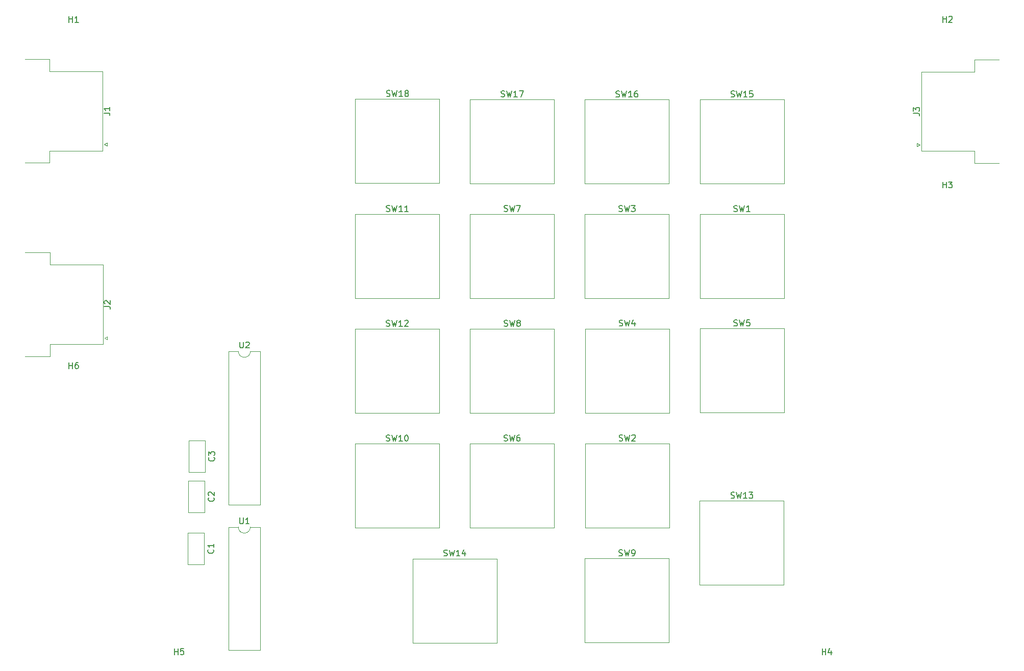
<source format=gbr>
%TF.GenerationSoftware,KiCad,Pcbnew,5.1.9+dfsg1-1*%
%TF.CreationDate,2022-02-16T13:07:23+01:00*%
%TF.ProjectId,A130XE_CX85,41313330-5845-45f4-9358-38352e6b6963,0.1*%
%TF.SameCoordinates,Original*%
%TF.FileFunction,Legend,Top*%
%TF.FilePolarity,Positive*%
%FSLAX46Y46*%
G04 Gerber Fmt 4.6, Leading zero omitted, Abs format (unit mm)*
G04 Created by KiCad (PCBNEW 5.1.9+dfsg1-1) date 2022-02-16 13:07:23*
%MOMM*%
%LPD*%
G01*
G04 APERTURE LIST*
%ADD10C,0.120000*%
%ADD11C,0.150000*%
G04 APERTURE END LIST*
D10*
%TO.C,J1*%
X70101325Y-54430000D02*
X70534338Y-54180000D01*
X70534338Y-54680000D02*
X70101325Y-54430000D01*
X70534338Y-54180000D02*
X70534338Y-54680000D01*
X61000000Y-57500000D02*
X56900000Y-57500000D01*
X61000000Y-55490000D02*
X61000000Y-57500000D01*
X69840000Y-55490000D02*
X61000000Y-55490000D01*
X69840000Y-42290000D02*
X69840000Y-55490000D01*
X61000000Y-42290000D02*
X69840000Y-42290000D01*
X61000000Y-40280000D02*
X61000000Y-42290000D01*
X56900000Y-40280000D02*
X61000000Y-40280000D01*
%TO.C,J2*%
X56970000Y-72410000D02*
X61070000Y-72410000D01*
X61070000Y-72410000D02*
X61070000Y-74420000D01*
X61070000Y-74420000D02*
X69910000Y-74420000D01*
X69910000Y-74420000D02*
X69910000Y-87620000D01*
X69910000Y-87620000D02*
X61070000Y-87620000D01*
X61070000Y-87620000D02*
X61070000Y-89630000D01*
X61070000Y-89630000D02*
X56970000Y-89630000D01*
X70604338Y-86310000D02*
X70604338Y-86810000D01*
X70604338Y-86810000D02*
X70171325Y-86560000D01*
X70171325Y-86560000D02*
X70604338Y-86310000D01*
%TO.C,J3*%
X218610000Y-57570000D02*
X214510000Y-57570000D01*
X214510000Y-57570000D02*
X214510000Y-55560000D01*
X214510000Y-55560000D02*
X205670000Y-55560000D01*
X205670000Y-55560000D02*
X205670000Y-42360000D01*
X205670000Y-42360000D02*
X214510000Y-42360000D01*
X214510000Y-42360000D02*
X214510000Y-40350000D01*
X214510000Y-40350000D02*
X218610000Y-40350000D01*
X204975662Y-54750000D02*
X204975662Y-54250000D01*
X204975662Y-54250000D02*
X205408675Y-54500000D01*
X205408675Y-54500000D02*
X204975662Y-54750000D01*
%TO.C,SW1*%
X168925000Y-66025000D02*
X182895000Y-66025000D01*
X182895000Y-66025000D02*
X182895000Y-79995000D01*
X182895000Y-79995000D02*
X168925000Y-79995000D01*
X168925000Y-79995000D02*
X168925000Y-66025000D01*
%TO.C,SW2*%
X149895000Y-104105000D02*
X163865000Y-104105000D01*
X163865000Y-104105000D02*
X163865000Y-118075000D01*
X163865000Y-118075000D02*
X149895000Y-118075000D01*
X149895000Y-118075000D02*
X149895000Y-104105000D01*
%TO.C,SW3*%
X149845000Y-79995000D02*
X149845000Y-66025000D01*
X163815000Y-79995000D02*
X149845000Y-79995000D01*
X163815000Y-66025000D02*
X163815000Y-79995000D01*
X149845000Y-66025000D02*
X163815000Y-66025000D01*
%TO.C,SW4*%
X149895000Y-99005000D02*
X149895000Y-85035000D01*
X163865000Y-99005000D02*
X149895000Y-99005000D01*
X163865000Y-85035000D02*
X163865000Y-99005000D01*
X149895000Y-85035000D02*
X163865000Y-85035000D01*
%TO.C,SW6*%
X130785000Y-118095000D02*
X130785000Y-104125000D01*
X144755000Y-118095000D02*
X130785000Y-118095000D01*
X144755000Y-104125000D02*
X144755000Y-118095000D01*
X130785000Y-104125000D02*
X144755000Y-104125000D01*
%TO.C,SW7*%
X130805000Y-66005000D02*
X144775000Y-66005000D01*
X144775000Y-66005000D02*
X144775000Y-79975000D01*
X144775000Y-79975000D02*
X130805000Y-79975000D01*
X130805000Y-79975000D02*
X130805000Y-66005000D01*
%TO.C,SW8*%
X130805000Y-85065000D02*
X144775000Y-85065000D01*
X144775000Y-85065000D02*
X144775000Y-99035000D01*
X144775000Y-99035000D02*
X130805000Y-99035000D01*
X130805000Y-99035000D02*
X130805000Y-85065000D01*
%TO.C,SW9*%
X149845000Y-137165000D02*
X149845000Y-123195000D01*
X163815000Y-137165000D02*
X149845000Y-137165000D01*
X163815000Y-123195000D02*
X163815000Y-137165000D01*
X149845000Y-123195000D02*
X163815000Y-123195000D01*
%TO.C,SW10*%
X111735000Y-104135000D02*
X125705000Y-104135000D01*
X125705000Y-104135000D02*
X125705000Y-118105000D01*
X125705000Y-118105000D02*
X111735000Y-118105000D01*
X111735000Y-118105000D02*
X111735000Y-104135000D01*
%TO.C,SW11*%
X111745000Y-79975000D02*
X111745000Y-66005000D01*
X125715000Y-79975000D02*
X111745000Y-79975000D01*
X125715000Y-66005000D02*
X125715000Y-79975000D01*
X111745000Y-66005000D02*
X125715000Y-66005000D01*
%TO.C,SW12*%
X111735000Y-99055000D02*
X111735000Y-85085000D01*
X125705000Y-99055000D02*
X111735000Y-99055000D01*
X125705000Y-85085000D02*
X125705000Y-99055000D01*
X111735000Y-85085000D02*
X125705000Y-85085000D01*
%TO.C,SW13*%
X168905000Y-127605000D02*
X168905000Y-113635000D01*
X182875000Y-127605000D02*
X168905000Y-127605000D01*
X182875000Y-113635000D02*
X182875000Y-127605000D01*
X168905000Y-113635000D02*
X182875000Y-113635000D01*
%TO.C,SW14*%
X121265000Y-123215000D02*
X135235000Y-123215000D01*
X135235000Y-123215000D02*
X135235000Y-137185000D01*
X135235000Y-137185000D02*
X121265000Y-137185000D01*
X121265000Y-137185000D02*
X121265000Y-123215000D01*
%TO.C,SW15*%
X168925000Y-47005000D02*
X182895000Y-47005000D01*
X182895000Y-47005000D02*
X182895000Y-60975000D01*
X182895000Y-60975000D02*
X168925000Y-60975000D01*
X168925000Y-60975000D02*
X168925000Y-47005000D01*
%TO.C,SW16*%
X149845000Y-47005000D02*
X163815000Y-47005000D01*
X163815000Y-47005000D02*
X163815000Y-60975000D01*
X163815000Y-60975000D02*
X149845000Y-60975000D01*
X149845000Y-60975000D02*
X149845000Y-47005000D01*
%TO.C,SW17*%
X130785000Y-46965000D02*
X144755000Y-46965000D01*
X144755000Y-46965000D02*
X144755000Y-60935000D01*
X144755000Y-60935000D02*
X130785000Y-60935000D01*
X130785000Y-60935000D02*
X130785000Y-46965000D01*
%TO.C,SW18*%
X111755000Y-60895000D02*
X111755000Y-46925000D01*
X125725000Y-60895000D02*
X111755000Y-60895000D01*
X125725000Y-46925000D02*
X125725000Y-60895000D01*
X111755000Y-46925000D02*
X125725000Y-46925000D01*
%TO.C,U1*%
X92340000Y-117980000D02*
X90690000Y-117980000D01*
X90690000Y-117980000D02*
X90690000Y-138420000D01*
X90690000Y-138420000D02*
X95990000Y-138420000D01*
X95990000Y-138420000D02*
X95990000Y-117980000D01*
X95990000Y-117980000D02*
X94340000Y-117980000D01*
X94340000Y-117980000D02*
G75*
G02*
X92340000Y-117980000I-1000000J0D01*
G01*
%TO.C,U2*%
X92350000Y-88790000D02*
X90700000Y-88790000D01*
X90700000Y-88790000D02*
X90700000Y-114310000D01*
X90700000Y-114310000D02*
X96000000Y-114310000D01*
X96000000Y-114310000D02*
X96000000Y-88790000D01*
X96000000Y-88790000D02*
X94350000Y-88790000D01*
X94350000Y-88790000D02*
G75*
G02*
X92350000Y-88790000I-1000000J0D01*
G01*
%TO.C,SW5*%
X168925000Y-85005000D02*
X182895000Y-85005000D01*
X182895000Y-85005000D02*
X182895000Y-98975000D01*
X182895000Y-98975000D02*
X168925000Y-98975000D01*
X168925000Y-98975000D02*
X168925000Y-85005000D01*
%TO.C,C1*%
X86680000Y-124170000D02*
X83940000Y-124170000D01*
X86680000Y-118930000D02*
X83940000Y-118930000D01*
X83940000Y-118930000D02*
X83940000Y-124170000D01*
X86680000Y-118930000D02*
X86680000Y-124170000D01*
%TO.C,C2*%
X86750000Y-115560000D02*
X84010000Y-115560000D01*
X86750000Y-110320000D02*
X84010000Y-110320000D01*
X84010000Y-110320000D02*
X84010000Y-115560000D01*
X86750000Y-110320000D02*
X86750000Y-115560000D01*
%TO.C,C3*%
X86820000Y-103630000D02*
X86820000Y-108870000D01*
X84080000Y-103630000D02*
X84080000Y-108870000D01*
X86820000Y-103630000D02*
X84080000Y-103630000D01*
X86820000Y-108870000D02*
X84080000Y-108870000D01*
%TO.C,J1*%
D11*
X70032380Y-49223333D02*
X70746666Y-49223333D01*
X70889523Y-49270952D01*
X70984761Y-49366190D01*
X71032380Y-49509047D01*
X71032380Y-49604285D01*
X71032380Y-48223333D02*
X71032380Y-48794761D01*
X71032380Y-48509047D02*
X70032380Y-48509047D01*
X70175238Y-48604285D01*
X70270476Y-48699523D01*
X70318095Y-48794761D01*
%TO.C,J2*%
X70102380Y-81353333D02*
X70816666Y-81353333D01*
X70959523Y-81400952D01*
X71054761Y-81496190D01*
X71102380Y-81639047D01*
X71102380Y-81734285D01*
X70197619Y-80924761D02*
X70150000Y-80877142D01*
X70102380Y-80781904D01*
X70102380Y-80543809D01*
X70150000Y-80448571D01*
X70197619Y-80400952D01*
X70292857Y-80353333D01*
X70388095Y-80353333D01*
X70530952Y-80400952D01*
X71102380Y-80972380D01*
X71102380Y-80353333D01*
%TO.C,J3*%
X204382380Y-49293333D02*
X205096666Y-49293333D01*
X205239523Y-49340952D01*
X205334761Y-49436190D01*
X205382380Y-49579047D01*
X205382380Y-49674285D01*
X204382380Y-48912380D02*
X204382380Y-48293333D01*
X204763333Y-48626666D01*
X204763333Y-48483809D01*
X204810952Y-48388571D01*
X204858571Y-48340952D01*
X204953809Y-48293333D01*
X205191904Y-48293333D01*
X205287142Y-48340952D01*
X205334761Y-48388571D01*
X205382380Y-48483809D01*
X205382380Y-48769523D01*
X205334761Y-48864761D01*
X205287142Y-48912380D01*
%TO.C,SW1*%
X174576666Y-65540761D02*
X174719523Y-65588380D01*
X174957619Y-65588380D01*
X175052857Y-65540761D01*
X175100476Y-65493142D01*
X175148095Y-65397904D01*
X175148095Y-65302666D01*
X175100476Y-65207428D01*
X175052857Y-65159809D01*
X174957619Y-65112190D01*
X174767142Y-65064571D01*
X174671904Y-65016952D01*
X174624285Y-64969333D01*
X174576666Y-64874095D01*
X174576666Y-64778857D01*
X174624285Y-64683619D01*
X174671904Y-64636000D01*
X174767142Y-64588380D01*
X175005238Y-64588380D01*
X175148095Y-64636000D01*
X175481428Y-64588380D02*
X175719523Y-65588380D01*
X175910000Y-64874095D01*
X176100476Y-65588380D01*
X176338571Y-64588380D01*
X177243333Y-65588380D02*
X176671904Y-65588380D01*
X176957619Y-65588380D02*
X176957619Y-64588380D01*
X176862380Y-64731238D01*
X176767142Y-64826476D01*
X176671904Y-64874095D01*
%TO.C,SW2*%
X155546666Y-103620761D02*
X155689523Y-103668380D01*
X155927619Y-103668380D01*
X156022857Y-103620761D01*
X156070476Y-103573142D01*
X156118095Y-103477904D01*
X156118095Y-103382666D01*
X156070476Y-103287428D01*
X156022857Y-103239809D01*
X155927619Y-103192190D01*
X155737142Y-103144571D01*
X155641904Y-103096952D01*
X155594285Y-103049333D01*
X155546666Y-102954095D01*
X155546666Y-102858857D01*
X155594285Y-102763619D01*
X155641904Y-102716000D01*
X155737142Y-102668380D01*
X155975238Y-102668380D01*
X156118095Y-102716000D01*
X156451428Y-102668380D02*
X156689523Y-103668380D01*
X156880000Y-102954095D01*
X157070476Y-103668380D01*
X157308571Y-102668380D01*
X157641904Y-102763619D02*
X157689523Y-102716000D01*
X157784761Y-102668380D01*
X158022857Y-102668380D01*
X158118095Y-102716000D01*
X158165714Y-102763619D01*
X158213333Y-102858857D01*
X158213333Y-102954095D01*
X158165714Y-103096952D01*
X157594285Y-103668380D01*
X158213333Y-103668380D01*
%TO.C,SW3*%
X155496666Y-65540761D02*
X155639523Y-65588380D01*
X155877619Y-65588380D01*
X155972857Y-65540761D01*
X156020476Y-65493142D01*
X156068095Y-65397904D01*
X156068095Y-65302666D01*
X156020476Y-65207428D01*
X155972857Y-65159809D01*
X155877619Y-65112190D01*
X155687142Y-65064571D01*
X155591904Y-65016952D01*
X155544285Y-64969333D01*
X155496666Y-64874095D01*
X155496666Y-64778857D01*
X155544285Y-64683619D01*
X155591904Y-64636000D01*
X155687142Y-64588380D01*
X155925238Y-64588380D01*
X156068095Y-64636000D01*
X156401428Y-64588380D02*
X156639523Y-65588380D01*
X156830000Y-64874095D01*
X157020476Y-65588380D01*
X157258571Y-64588380D01*
X157544285Y-64588380D02*
X158163333Y-64588380D01*
X157830000Y-64969333D01*
X157972857Y-64969333D01*
X158068095Y-65016952D01*
X158115714Y-65064571D01*
X158163333Y-65159809D01*
X158163333Y-65397904D01*
X158115714Y-65493142D01*
X158068095Y-65540761D01*
X157972857Y-65588380D01*
X157687142Y-65588380D01*
X157591904Y-65540761D01*
X157544285Y-65493142D01*
%TO.C,SW4*%
X155546666Y-84550761D02*
X155689523Y-84598380D01*
X155927619Y-84598380D01*
X156022857Y-84550761D01*
X156070476Y-84503142D01*
X156118095Y-84407904D01*
X156118095Y-84312666D01*
X156070476Y-84217428D01*
X156022857Y-84169809D01*
X155927619Y-84122190D01*
X155737142Y-84074571D01*
X155641904Y-84026952D01*
X155594285Y-83979333D01*
X155546666Y-83884095D01*
X155546666Y-83788857D01*
X155594285Y-83693619D01*
X155641904Y-83646000D01*
X155737142Y-83598380D01*
X155975238Y-83598380D01*
X156118095Y-83646000D01*
X156451428Y-83598380D02*
X156689523Y-84598380D01*
X156880000Y-83884095D01*
X157070476Y-84598380D01*
X157308571Y-83598380D01*
X158118095Y-83931714D02*
X158118095Y-84598380D01*
X157880000Y-83550761D02*
X157641904Y-84265047D01*
X158260952Y-84265047D01*
%TO.C,SW6*%
X136436666Y-103640761D02*
X136579523Y-103688380D01*
X136817619Y-103688380D01*
X136912857Y-103640761D01*
X136960476Y-103593142D01*
X137008095Y-103497904D01*
X137008095Y-103402666D01*
X136960476Y-103307428D01*
X136912857Y-103259809D01*
X136817619Y-103212190D01*
X136627142Y-103164571D01*
X136531904Y-103116952D01*
X136484285Y-103069333D01*
X136436666Y-102974095D01*
X136436666Y-102878857D01*
X136484285Y-102783619D01*
X136531904Y-102736000D01*
X136627142Y-102688380D01*
X136865238Y-102688380D01*
X137008095Y-102736000D01*
X137341428Y-102688380D02*
X137579523Y-103688380D01*
X137770000Y-102974095D01*
X137960476Y-103688380D01*
X138198571Y-102688380D01*
X139008095Y-102688380D02*
X138817619Y-102688380D01*
X138722380Y-102736000D01*
X138674761Y-102783619D01*
X138579523Y-102926476D01*
X138531904Y-103116952D01*
X138531904Y-103497904D01*
X138579523Y-103593142D01*
X138627142Y-103640761D01*
X138722380Y-103688380D01*
X138912857Y-103688380D01*
X139008095Y-103640761D01*
X139055714Y-103593142D01*
X139103333Y-103497904D01*
X139103333Y-103259809D01*
X139055714Y-103164571D01*
X139008095Y-103116952D01*
X138912857Y-103069333D01*
X138722380Y-103069333D01*
X138627142Y-103116952D01*
X138579523Y-103164571D01*
X138531904Y-103259809D01*
%TO.C,SW7*%
X136456666Y-65520761D02*
X136599523Y-65568380D01*
X136837619Y-65568380D01*
X136932857Y-65520761D01*
X136980476Y-65473142D01*
X137028095Y-65377904D01*
X137028095Y-65282666D01*
X136980476Y-65187428D01*
X136932857Y-65139809D01*
X136837619Y-65092190D01*
X136647142Y-65044571D01*
X136551904Y-64996952D01*
X136504285Y-64949333D01*
X136456666Y-64854095D01*
X136456666Y-64758857D01*
X136504285Y-64663619D01*
X136551904Y-64616000D01*
X136647142Y-64568380D01*
X136885238Y-64568380D01*
X137028095Y-64616000D01*
X137361428Y-64568380D02*
X137599523Y-65568380D01*
X137790000Y-64854095D01*
X137980476Y-65568380D01*
X138218571Y-64568380D01*
X138504285Y-64568380D02*
X139170952Y-64568380D01*
X138742380Y-65568380D01*
%TO.C,SW8*%
X136456666Y-84580761D02*
X136599523Y-84628380D01*
X136837619Y-84628380D01*
X136932857Y-84580761D01*
X136980476Y-84533142D01*
X137028095Y-84437904D01*
X137028095Y-84342666D01*
X136980476Y-84247428D01*
X136932857Y-84199809D01*
X136837619Y-84152190D01*
X136647142Y-84104571D01*
X136551904Y-84056952D01*
X136504285Y-84009333D01*
X136456666Y-83914095D01*
X136456666Y-83818857D01*
X136504285Y-83723619D01*
X136551904Y-83676000D01*
X136647142Y-83628380D01*
X136885238Y-83628380D01*
X137028095Y-83676000D01*
X137361428Y-83628380D02*
X137599523Y-84628380D01*
X137790000Y-83914095D01*
X137980476Y-84628380D01*
X138218571Y-83628380D01*
X138742380Y-84056952D02*
X138647142Y-84009333D01*
X138599523Y-83961714D01*
X138551904Y-83866476D01*
X138551904Y-83818857D01*
X138599523Y-83723619D01*
X138647142Y-83676000D01*
X138742380Y-83628380D01*
X138932857Y-83628380D01*
X139028095Y-83676000D01*
X139075714Y-83723619D01*
X139123333Y-83818857D01*
X139123333Y-83866476D01*
X139075714Y-83961714D01*
X139028095Y-84009333D01*
X138932857Y-84056952D01*
X138742380Y-84056952D01*
X138647142Y-84104571D01*
X138599523Y-84152190D01*
X138551904Y-84247428D01*
X138551904Y-84437904D01*
X138599523Y-84533142D01*
X138647142Y-84580761D01*
X138742380Y-84628380D01*
X138932857Y-84628380D01*
X139028095Y-84580761D01*
X139075714Y-84533142D01*
X139123333Y-84437904D01*
X139123333Y-84247428D01*
X139075714Y-84152190D01*
X139028095Y-84104571D01*
X138932857Y-84056952D01*
%TO.C,SW9*%
X155496666Y-122710761D02*
X155639523Y-122758380D01*
X155877619Y-122758380D01*
X155972857Y-122710761D01*
X156020476Y-122663142D01*
X156068095Y-122567904D01*
X156068095Y-122472666D01*
X156020476Y-122377428D01*
X155972857Y-122329809D01*
X155877619Y-122282190D01*
X155687142Y-122234571D01*
X155591904Y-122186952D01*
X155544285Y-122139333D01*
X155496666Y-122044095D01*
X155496666Y-121948857D01*
X155544285Y-121853619D01*
X155591904Y-121806000D01*
X155687142Y-121758380D01*
X155925238Y-121758380D01*
X156068095Y-121806000D01*
X156401428Y-121758380D02*
X156639523Y-122758380D01*
X156830000Y-122044095D01*
X157020476Y-122758380D01*
X157258571Y-121758380D01*
X157687142Y-122758380D02*
X157877619Y-122758380D01*
X157972857Y-122710761D01*
X158020476Y-122663142D01*
X158115714Y-122520285D01*
X158163333Y-122329809D01*
X158163333Y-121948857D01*
X158115714Y-121853619D01*
X158068095Y-121806000D01*
X157972857Y-121758380D01*
X157782380Y-121758380D01*
X157687142Y-121806000D01*
X157639523Y-121853619D01*
X157591904Y-121948857D01*
X157591904Y-122186952D01*
X157639523Y-122282190D01*
X157687142Y-122329809D01*
X157782380Y-122377428D01*
X157972857Y-122377428D01*
X158068095Y-122329809D01*
X158115714Y-122282190D01*
X158163333Y-122186952D01*
%TO.C,SW10*%
X116910476Y-103650761D02*
X117053333Y-103698380D01*
X117291428Y-103698380D01*
X117386666Y-103650761D01*
X117434285Y-103603142D01*
X117481904Y-103507904D01*
X117481904Y-103412666D01*
X117434285Y-103317428D01*
X117386666Y-103269809D01*
X117291428Y-103222190D01*
X117100952Y-103174571D01*
X117005714Y-103126952D01*
X116958095Y-103079333D01*
X116910476Y-102984095D01*
X116910476Y-102888857D01*
X116958095Y-102793619D01*
X117005714Y-102746000D01*
X117100952Y-102698380D01*
X117339047Y-102698380D01*
X117481904Y-102746000D01*
X117815238Y-102698380D02*
X118053333Y-103698380D01*
X118243809Y-102984095D01*
X118434285Y-103698380D01*
X118672380Y-102698380D01*
X119577142Y-103698380D02*
X119005714Y-103698380D01*
X119291428Y-103698380D02*
X119291428Y-102698380D01*
X119196190Y-102841238D01*
X119100952Y-102936476D01*
X119005714Y-102984095D01*
X120196190Y-102698380D02*
X120291428Y-102698380D01*
X120386666Y-102746000D01*
X120434285Y-102793619D01*
X120481904Y-102888857D01*
X120529523Y-103079333D01*
X120529523Y-103317428D01*
X120481904Y-103507904D01*
X120434285Y-103603142D01*
X120386666Y-103650761D01*
X120291428Y-103698380D01*
X120196190Y-103698380D01*
X120100952Y-103650761D01*
X120053333Y-103603142D01*
X120005714Y-103507904D01*
X119958095Y-103317428D01*
X119958095Y-103079333D01*
X120005714Y-102888857D01*
X120053333Y-102793619D01*
X120100952Y-102746000D01*
X120196190Y-102698380D01*
%TO.C,SW11*%
X116920476Y-65520761D02*
X117063333Y-65568380D01*
X117301428Y-65568380D01*
X117396666Y-65520761D01*
X117444285Y-65473142D01*
X117491904Y-65377904D01*
X117491904Y-65282666D01*
X117444285Y-65187428D01*
X117396666Y-65139809D01*
X117301428Y-65092190D01*
X117110952Y-65044571D01*
X117015714Y-64996952D01*
X116968095Y-64949333D01*
X116920476Y-64854095D01*
X116920476Y-64758857D01*
X116968095Y-64663619D01*
X117015714Y-64616000D01*
X117110952Y-64568380D01*
X117349047Y-64568380D01*
X117491904Y-64616000D01*
X117825238Y-64568380D02*
X118063333Y-65568380D01*
X118253809Y-64854095D01*
X118444285Y-65568380D01*
X118682380Y-64568380D01*
X119587142Y-65568380D02*
X119015714Y-65568380D01*
X119301428Y-65568380D02*
X119301428Y-64568380D01*
X119206190Y-64711238D01*
X119110952Y-64806476D01*
X119015714Y-64854095D01*
X120539523Y-65568380D02*
X119968095Y-65568380D01*
X120253809Y-65568380D02*
X120253809Y-64568380D01*
X120158571Y-64711238D01*
X120063333Y-64806476D01*
X119968095Y-64854095D01*
%TO.C,SW12*%
X116910476Y-84600761D02*
X117053333Y-84648380D01*
X117291428Y-84648380D01*
X117386666Y-84600761D01*
X117434285Y-84553142D01*
X117481904Y-84457904D01*
X117481904Y-84362666D01*
X117434285Y-84267428D01*
X117386666Y-84219809D01*
X117291428Y-84172190D01*
X117100952Y-84124571D01*
X117005714Y-84076952D01*
X116958095Y-84029333D01*
X116910476Y-83934095D01*
X116910476Y-83838857D01*
X116958095Y-83743619D01*
X117005714Y-83696000D01*
X117100952Y-83648380D01*
X117339047Y-83648380D01*
X117481904Y-83696000D01*
X117815238Y-83648380D02*
X118053333Y-84648380D01*
X118243809Y-83934095D01*
X118434285Y-84648380D01*
X118672380Y-83648380D01*
X119577142Y-84648380D02*
X119005714Y-84648380D01*
X119291428Y-84648380D02*
X119291428Y-83648380D01*
X119196190Y-83791238D01*
X119100952Y-83886476D01*
X119005714Y-83934095D01*
X119958095Y-83743619D02*
X120005714Y-83696000D01*
X120100952Y-83648380D01*
X120339047Y-83648380D01*
X120434285Y-83696000D01*
X120481904Y-83743619D01*
X120529523Y-83838857D01*
X120529523Y-83934095D01*
X120481904Y-84076952D01*
X119910476Y-84648380D01*
X120529523Y-84648380D01*
%TO.C,SW13*%
X174080476Y-113150761D02*
X174223333Y-113198380D01*
X174461428Y-113198380D01*
X174556666Y-113150761D01*
X174604285Y-113103142D01*
X174651904Y-113007904D01*
X174651904Y-112912666D01*
X174604285Y-112817428D01*
X174556666Y-112769809D01*
X174461428Y-112722190D01*
X174270952Y-112674571D01*
X174175714Y-112626952D01*
X174128095Y-112579333D01*
X174080476Y-112484095D01*
X174080476Y-112388857D01*
X174128095Y-112293619D01*
X174175714Y-112246000D01*
X174270952Y-112198380D01*
X174509047Y-112198380D01*
X174651904Y-112246000D01*
X174985238Y-112198380D02*
X175223333Y-113198380D01*
X175413809Y-112484095D01*
X175604285Y-113198380D01*
X175842380Y-112198380D01*
X176747142Y-113198380D02*
X176175714Y-113198380D01*
X176461428Y-113198380D02*
X176461428Y-112198380D01*
X176366190Y-112341238D01*
X176270952Y-112436476D01*
X176175714Y-112484095D01*
X177080476Y-112198380D02*
X177699523Y-112198380D01*
X177366190Y-112579333D01*
X177509047Y-112579333D01*
X177604285Y-112626952D01*
X177651904Y-112674571D01*
X177699523Y-112769809D01*
X177699523Y-113007904D01*
X177651904Y-113103142D01*
X177604285Y-113150761D01*
X177509047Y-113198380D01*
X177223333Y-113198380D01*
X177128095Y-113150761D01*
X177080476Y-113103142D01*
%TO.C,SW14*%
X126440476Y-122730761D02*
X126583333Y-122778380D01*
X126821428Y-122778380D01*
X126916666Y-122730761D01*
X126964285Y-122683142D01*
X127011904Y-122587904D01*
X127011904Y-122492666D01*
X126964285Y-122397428D01*
X126916666Y-122349809D01*
X126821428Y-122302190D01*
X126630952Y-122254571D01*
X126535714Y-122206952D01*
X126488095Y-122159333D01*
X126440476Y-122064095D01*
X126440476Y-121968857D01*
X126488095Y-121873619D01*
X126535714Y-121826000D01*
X126630952Y-121778380D01*
X126869047Y-121778380D01*
X127011904Y-121826000D01*
X127345238Y-121778380D02*
X127583333Y-122778380D01*
X127773809Y-122064095D01*
X127964285Y-122778380D01*
X128202380Y-121778380D01*
X129107142Y-122778380D02*
X128535714Y-122778380D01*
X128821428Y-122778380D02*
X128821428Y-121778380D01*
X128726190Y-121921238D01*
X128630952Y-122016476D01*
X128535714Y-122064095D01*
X129964285Y-122111714D02*
X129964285Y-122778380D01*
X129726190Y-121730761D02*
X129488095Y-122445047D01*
X130107142Y-122445047D01*
%TO.C,SW15*%
X174100476Y-46520761D02*
X174243333Y-46568380D01*
X174481428Y-46568380D01*
X174576666Y-46520761D01*
X174624285Y-46473142D01*
X174671904Y-46377904D01*
X174671904Y-46282666D01*
X174624285Y-46187428D01*
X174576666Y-46139809D01*
X174481428Y-46092190D01*
X174290952Y-46044571D01*
X174195714Y-45996952D01*
X174148095Y-45949333D01*
X174100476Y-45854095D01*
X174100476Y-45758857D01*
X174148095Y-45663619D01*
X174195714Y-45616000D01*
X174290952Y-45568380D01*
X174529047Y-45568380D01*
X174671904Y-45616000D01*
X175005238Y-45568380D02*
X175243333Y-46568380D01*
X175433809Y-45854095D01*
X175624285Y-46568380D01*
X175862380Y-45568380D01*
X176767142Y-46568380D02*
X176195714Y-46568380D01*
X176481428Y-46568380D02*
X176481428Y-45568380D01*
X176386190Y-45711238D01*
X176290952Y-45806476D01*
X176195714Y-45854095D01*
X177671904Y-45568380D02*
X177195714Y-45568380D01*
X177148095Y-46044571D01*
X177195714Y-45996952D01*
X177290952Y-45949333D01*
X177529047Y-45949333D01*
X177624285Y-45996952D01*
X177671904Y-46044571D01*
X177719523Y-46139809D01*
X177719523Y-46377904D01*
X177671904Y-46473142D01*
X177624285Y-46520761D01*
X177529047Y-46568380D01*
X177290952Y-46568380D01*
X177195714Y-46520761D01*
X177148095Y-46473142D01*
%TO.C,SW16*%
X155020476Y-46520761D02*
X155163333Y-46568380D01*
X155401428Y-46568380D01*
X155496666Y-46520761D01*
X155544285Y-46473142D01*
X155591904Y-46377904D01*
X155591904Y-46282666D01*
X155544285Y-46187428D01*
X155496666Y-46139809D01*
X155401428Y-46092190D01*
X155210952Y-46044571D01*
X155115714Y-45996952D01*
X155068095Y-45949333D01*
X155020476Y-45854095D01*
X155020476Y-45758857D01*
X155068095Y-45663619D01*
X155115714Y-45616000D01*
X155210952Y-45568380D01*
X155449047Y-45568380D01*
X155591904Y-45616000D01*
X155925238Y-45568380D02*
X156163333Y-46568380D01*
X156353809Y-45854095D01*
X156544285Y-46568380D01*
X156782380Y-45568380D01*
X157687142Y-46568380D02*
X157115714Y-46568380D01*
X157401428Y-46568380D02*
X157401428Y-45568380D01*
X157306190Y-45711238D01*
X157210952Y-45806476D01*
X157115714Y-45854095D01*
X158544285Y-45568380D02*
X158353809Y-45568380D01*
X158258571Y-45616000D01*
X158210952Y-45663619D01*
X158115714Y-45806476D01*
X158068095Y-45996952D01*
X158068095Y-46377904D01*
X158115714Y-46473142D01*
X158163333Y-46520761D01*
X158258571Y-46568380D01*
X158449047Y-46568380D01*
X158544285Y-46520761D01*
X158591904Y-46473142D01*
X158639523Y-46377904D01*
X158639523Y-46139809D01*
X158591904Y-46044571D01*
X158544285Y-45996952D01*
X158449047Y-45949333D01*
X158258571Y-45949333D01*
X158163333Y-45996952D01*
X158115714Y-46044571D01*
X158068095Y-46139809D01*
%TO.C,SW17*%
X135960476Y-46480761D02*
X136103333Y-46528380D01*
X136341428Y-46528380D01*
X136436666Y-46480761D01*
X136484285Y-46433142D01*
X136531904Y-46337904D01*
X136531904Y-46242666D01*
X136484285Y-46147428D01*
X136436666Y-46099809D01*
X136341428Y-46052190D01*
X136150952Y-46004571D01*
X136055714Y-45956952D01*
X136008095Y-45909333D01*
X135960476Y-45814095D01*
X135960476Y-45718857D01*
X136008095Y-45623619D01*
X136055714Y-45576000D01*
X136150952Y-45528380D01*
X136389047Y-45528380D01*
X136531904Y-45576000D01*
X136865238Y-45528380D02*
X137103333Y-46528380D01*
X137293809Y-45814095D01*
X137484285Y-46528380D01*
X137722380Y-45528380D01*
X138627142Y-46528380D02*
X138055714Y-46528380D01*
X138341428Y-46528380D02*
X138341428Y-45528380D01*
X138246190Y-45671238D01*
X138150952Y-45766476D01*
X138055714Y-45814095D01*
X138960476Y-45528380D02*
X139627142Y-45528380D01*
X139198571Y-46528380D01*
%TO.C,SW18*%
X116930476Y-46440761D02*
X117073333Y-46488380D01*
X117311428Y-46488380D01*
X117406666Y-46440761D01*
X117454285Y-46393142D01*
X117501904Y-46297904D01*
X117501904Y-46202666D01*
X117454285Y-46107428D01*
X117406666Y-46059809D01*
X117311428Y-46012190D01*
X117120952Y-45964571D01*
X117025714Y-45916952D01*
X116978095Y-45869333D01*
X116930476Y-45774095D01*
X116930476Y-45678857D01*
X116978095Y-45583619D01*
X117025714Y-45536000D01*
X117120952Y-45488380D01*
X117359047Y-45488380D01*
X117501904Y-45536000D01*
X117835238Y-45488380D02*
X118073333Y-46488380D01*
X118263809Y-45774095D01*
X118454285Y-46488380D01*
X118692380Y-45488380D01*
X119597142Y-46488380D02*
X119025714Y-46488380D01*
X119311428Y-46488380D02*
X119311428Y-45488380D01*
X119216190Y-45631238D01*
X119120952Y-45726476D01*
X119025714Y-45774095D01*
X120168571Y-45916952D02*
X120073333Y-45869333D01*
X120025714Y-45821714D01*
X119978095Y-45726476D01*
X119978095Y-45678857D01*
X120025714Y-45583619D01*
X120073333Y-45536000D01*
X120168571Y-45488380D01*
X120359047Y-45488380D01*
X120454285Y-45536000D01*
X120501904Y-45583619D01*
X120549523Y-45678857D01*
X120549523Y-45726476D01*
X120501904Y-45821714D01*
X120454285Y-45869333D01*
X120359047Y-45916952D01*
X120168571Y-45916952D01*
X120073333Y-45964571D01*
X120025714Y-46012190D01*
X119978095Y-46107428D01*
X119978095Y-46297904D01*
X120025714Y-46393142D01*
X120073333Y-46440761D01*
X120168571Y-46488380D01*
X120359047Y-46488380D01*
X120454285Y-46440761D01*
X120501904Y-46393142D01*
X120549523Y-46297904D01*
X120549523Y-46107428D01*
X120501904Y-46012190D01*
X120454285Y-45964571D01*
X120359047Y-45916952D01*
%TO.C,U1*%
X92578095Y-116432380D02*
X92578095Y-117241904D01*
X92625714Y-117337142D01*
X92673333Y-117384761D01*
X92768571Y-117432380D01*
X92959047Y-117432380D01*
X93054285Y-117384761D01*
X93101904Y-117337142D01*
X93149523Y-117241904D01*
X93149523Y-116432380D01*
X94149523Y-117432380D02*
X93578095Y-117432380D01*
X93863809Y-117432380D02*
X93863809Y-116432380D01*
X93768571Y-116575238D01*
X93673333Y-116670476D01*
X93578095Y-116718095D01*
%TO.C,U2*%
X92588095Y-87242380D02*
X92588095Y-88051904D01*
X92635714Y-88147142D01*
X92683333Y-88194761D01*
X92778571Y-88242380D01*
X92969047Y-88242380D01*
X93064285Y-88194761D01*
X93111904Y-88147142D01*
X93159523Y-88051904D01*
X93159523Y-87242380D01*
X93588095Y-87337619D02*
X93635714Y-87290000D01*
X93730952Y-87242380D01*
X93969047Y-87242380D01*
X94064285Y-87290000D01*
X94111904Y-87337619D01*
X94159523Y-87432857D01*
X94159523Y-87528095D01*
X94111904Y-87670952D01*
X93540476Y-88242380D01*
X94159523Y-88242380D01*
%TO.C,SW5*%
X174576666Y-84520761D02*
X174719523Y-84568380D01*
X174957619Y-84568380D01*
X175052857Y-84520761D01*
X175100476Y-84473142D01*
X175148095Y-84377904D01*
X175148095Y-84282666D01*
X175100476Y-84187428D01*
X175052857Y-84139809D01*
X174957619Y-84092190D01*
X174767142Y-84044571D01*
X174671904Y-83996952D01*
X174624285Y-83949333D01*
X174576666Y-83854095D01*
X174576666Y-83758857D01*
X174624285Y-83663619D01*
X174671904Y-83616000D01*
X174767142Y-83568380D01*
X175005238Y-83568380D01*
X175148095Y-83616000D01*
X175481428Y-83568380D02*
X175719523Y-84568380D01*
X175910000Y-83854095D01*
X176100476Y-84568380D01*
X176338571Y-83568380D01*
X177195714Y-83568380D02*
X176719523Y-83568380D01*
X176671904Y-84044571D01*
X176719523Y-83996952D01*
X176814761Y-83949333D01*
X177052857Y-83949333D01*
X177148095Y-83996952D01*
X177195714Y-84044571D01*
X177243333Y-84139809D01*
X177243333Y-84377904D01*
X177195714Y-84473142D01*
X177148095Y-84520761D01*
X177052857Y-84568380D01*
X176814761Y-84568380D01*
X176719523Y-84520761D01*
X176671904Y-84473142D01*
%TO.C,H1*%
X64238095Y-34152380D02*
X64238095Y-33152380D01*
X64238095Y-33628571D02*
X64809523Y-33628571D01*
X64809523Y-34152380D02*
X64809523Y-33152380D01*
X65809523Y-34152380D02*
X65238095Y-34152380D01*
X65523809Y-34152380D02*
X65523809Y-33152380D01*
X65428571Y-33295238D01*
X65333333Y-33390476D01*
X65238095Y-33438095D01*
%TO.C,H2*%
X209238095Y-34152380D02*
X209238095Y-33152380D01*
X209238095Y-33628571D02*
X209809523Y-33628571D01*
X209809523Y-34152380D02*
X209809523Y-33152380D01*
X210238095Y-33247619D02*
X210285714Y-33200000D01*
X210380952Y-33152380D01*
X210619047Y-33152380D01*
X210714285Y-33200000D01*
X210761904Y-33247619D01*
X210809523Y-33342857D01*
X210809523Y-33438095D01*
X210761904Y-33580952D01*
X210190476Y-34152380D01*
X210809523Y-34152380D01*
%TO.C,H3*%
X209238095Y-61652380D02*
X209238095Y-60652380D01*
X209238095Y-61128571D02*
X209809523Y-61128571D01*
X209809523Y-61652380D02*
X209809523Y-60652380D01*
X210190476Y-60652380D02*
X210809523Y-60652380D01*
X210476190Y-61033333D01*
X210619047Y-61033333D01*
X210714285Y-61080952D01*
X210761904Y-61128571D01*
X210809523Y-61223809D01*
X210809523Y-61461904D01*
X210761904Y-61557142D01*
X210714285Y-61604761D01*
X210619047Y-61652380D01*
X210333333Y-61652380D01*
X210238095Y-61604761D01*
X210190476Y-61557142D01*
%TO.C,H4*%
X189238095Y-139152380D02*
X189238095Y-138152380D01*
X189238095Y-138628571D02*
X189809523Y-138628571D01*
X189809523Y-139152380D02*
X189809523Y-138152380D01*
X190714285Y-138485714D02*
X190714285Y-139152380D01*
X190476190Y-138104761D02*
X190238095Y-138819047D01*
X190857142Y-138819047D01*
%TO.C,H5*%
X81738095Y-139152380D02*
X81738095Y-138152380D01*
X81738095Y-138628571D02*
X82309523Y-138628571D01*
X82309523Y-139152380D02*
X82309523Y-138152380D01*
X83261904Y-138152380D02*
X82785714Y-138152380D01*
X82738095Y-138628571D01*
X82785714Y-138580952D01*
X82880952Y-138533333D01*
X83119047Y-138533333D01*
X83214285Y-138580952D01*
X83261904Y-138628571D01*
X83309523Y-138723809D01*
X83309523Y-138961904D01*
X83261904Y-139057142D01*
X83214285Y-139104761D01*
X83119047Y-139152380D01*
X82880952Y-139152380D01*
X82785714Y-139104761D01*
X82738095Y-139057142D01*
%TO.C,H6*%
X64238095Y-91652380D02*
X64238095Y-90652380D01*
X64238095Y-91128571D02*
X64809523Y-91128571D01*
X64809523Y-91652380D02*
X64809523Y-90652380D01*
X65714285Y-90652380D02*
X65523809Y-90652380D01*
X65428571Y-90700000D01*
X65380952Y-90747619D01*
X65285714Y-90890476D01*
X65238095Y-91080952D01*
X65238095Y-91461904D01*
X65285714Y-91557142D01*
X65333333Y-91604761D01*
X65428571Y-91652380D01*
X65619047Y-91652380D01*
X65714285Y-91604761D01*
X65761904Y-91557142D01*
X65809523Y-91461904D01*
X65809523Y-91223809D01*
X65761904Y-91128571D01*
X65714285Y-91080952D01*
X65619047Y-91033333D01*
X65428571Y-91033333D01*
X65333333Y-91080952D01*
X65285714Y-91128571D01*
X65238095Y-91223809D01*
%TO.C,C1*%
X88167142Y-121716666D02*
X88214761Y-121764285D01*
X88262380Y-121907142D01*
X88262380Y-122002380D01*
X88214761Y-122145238D01*
X88119523Y-122240476D01*
X88024285Y-122288095D01*
X87833809Y-122335714D01*
X87690952Y-122335714D01*
X87500476Y-122288095D01*
X87405238Y-122240476D01*
X87310000Y-122145238D01*
X87262380Y-122002380D01*
X87262380Y-121907142D01*
X87310000Y-121764285D01*
X87357619Y-121716666D01*
X88262380Y-120764285D02*
X88262380Y-121335714D01*
X88262380Y-121050000D02*
X87262380Y-121050000D01*
X87405238Y-121145238D01*
X87500476Y-121240476D01*
X87548095Y-121335714D01*
%TO.C,C2*%
X88237142Y-113106666D02*
X88284761Y-113154285D01*
X88332380Y-113297142D01*
X88332380Y-113392380D01*
X88284761Y-113535238D01*
X88189523Y-113630476D01*
X88094285Y-113678095D01*
X87903809Y-113725714D01*
X87760952Y-113725714D01*
X87570476Y-113678095D01*
X87475238Y-113630476D01*
X87380000Y-113535238D01*
X87332380Y-113392380D01*
X87332380Y-113297142D01*
X87380000Y-113154285D01*
X87427619Y-113106666D01*
X87427619Y-112725714D02*
X87380000Y-112678095D01*
X87332380Y-112582857D01*
X87332380Y-112344761D01*
X87380000Y-112249523D01*
X87427619Y-112201904D01*
X87522857Y-112154285D01*
X87618095Y-112154285D01*
X87760952Y-112201904D01*
X88332380Y-112773333D01*
X88332380Y-112154285D01*
%TO.C,C3*%
X88307142Y-106416666D02*
X88354761Y-106464285D01*
X88402380Y-106607142D01*
X88402380Y-106702380D01*
X88354761Y-106845238D01*
X88259523Y-106940476D01*
X88164285Y-106988095D01*
X87973809Y-107035714D01*
X87830952Y-107035714D01*
X87640476Y-106988095D01*
X87545238Y-106940476D01*
X87450000Y-106845238D01*
X87402380Y-106702380D01*
X87402380Y-106607142D01*
X87450000Y-106464285D01*
X87497619Y-106416666D01*
X87402380Y-106083333D02*
X87402380Y-105464285D01*
X87783333Y-105797619D01*
X87783333Y-105654761D01*
X87830952Y-105559523D01*
X87878571Y-105511904D01*
X87973809Y-105464285D01*
X88211904Y-105464285D01*
X88307142Y-105511904D01*
X88354761Y-105559523D01*
X88402380Y-105654761D01*
X88402380Y-105940476D01*
X88354761Y-106035714D01*
X88307142Y-106083333D01*
%TD*%
M02*

</source>
